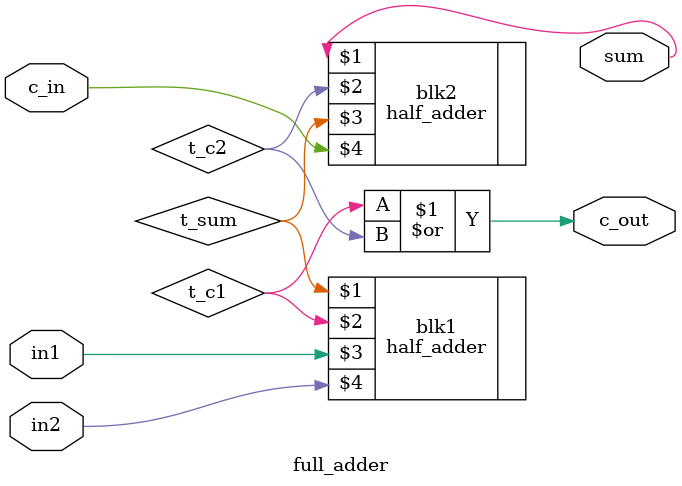
<source format=v>
`timescale 1ns / 1ps

module full_adder(sum, c_out, in1, in2, c_in);
    input in1,in2,c_in;
    output sum, c_out;
    //see logic diagram and try to implement that
    wire t_sum, t_c1, t_c2;
    half_adder blk1(t_sum, t_c1, in1, in2);
    //t_sum and t_c1 being outputs and in1 and in2 inputs
    half_adder blk2(sum, t_c2, t_sum, c_in);
    //sum and t_c2 being final outputs and now the outputs of previous adder are input in this
    or blk3(c_out, t_c1 , t_c2);
endmodule

</source>
